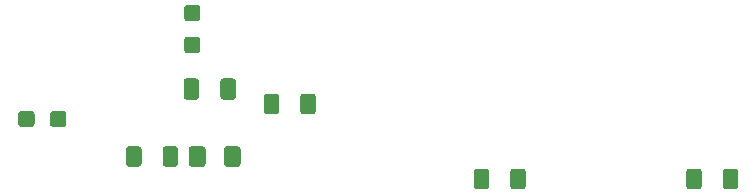
<source format=gtp>
%TF.GenerationSoftware,KiCad,Pcbnew,5.1.9+dfsg1-1*%
%TF.CreationDate,2022-04-01T11:17:58+02:00*%
%TF.ProjectId,AmigaPCDriveAdapter,416d6967-6150-4434-9472-697665416461,2.0*%
%TF.SameCoordinates,Original*%
%TF.FileFunction,Paste,Top*%
%TF.FilePolarity,Positive*%
%FSLAX46Y46*%
G04 Gerber Fmt 4.6, Leading zero omitted, Abs format (unit mm)*
G04 Created by KiCad (PCBNEW 5.1.9+dfsg1-1) date 2022-04-01 11:17:58*
%MOMM*%
%LPD*%
G01*
G04 APERTURE LIST*
G04 APERTURE END LIST*
G36*
G01*
X149672000Y-100845000D02*
X149672000Y-99595000D01*
G75*
G02*
X149922000Y-99345000I250000J0D01*
G01*
X150722000Y-99345000D01*
G75*
G02*
X150972000Y-99595000I0J-250000D01*
G01*
X150972000Y-100845000D01*
G75*
G02*
X150722000Y-101095000I-250000J0D01*
G01*
X149922000Y-101095000D01*
G75*
G02*
X149672000Y-100845000I0J250000D01*
G01*
G37*
G36*
G01*
X146572000Y-100845000D02*
X146572000Y-99595000D01*
G75*
G02*
X146822000Y-99345000I250000J0D01*
G01*
X147622000Y-99345000D01*
G75*
G02*
X147872000Y-99595000I0J-250000D01*
G01*
X147872000Y-100845000D01*
G75*
G02*
X147622000Y-101095000I-250000J0D01*
G01*
X146822000Y-101095000D01*
G75*
G02*
X146572000Y-100845000I0J250000D01*
G01*
G37*
G36*
G01*
X197098000Y-102750000D02*
X197098000Y-101500000D01*
G75*
G02*
X197348000Y-101250000I250000J0D01*
G01*
X198148000Y-101250000D01*
G75*
G02*
X198398000Y-101500000I0J-250000D01*
G01*
X198398000Y-102750000D01*
G75*
G02*
X198148000Y-103000000I-250000J0D01*
G01*
X197348000Y-103000000D01*
G75*
G02*
X197098000Y-102750000I0J250000D01*
G01*
G37*
G36*
G01*
X193998000Y-102750000D02*
X193998000Y-101500000D01*
G75*
G02*
X194248000Y-101250000I250000J0D01*
G01*
X195048000Y-101250000D01*
G75*
G02*
X195298000Y-101500000I0J-250000D01*
G01*
X195298000Y-102750000D01*
G75*
G02*
X195048000Y-103000000I-250000J0D01*
G01*
X194248000Y-103000000D01*
G75*
G02*
X193998000Y-102750000I0J250000D01*
G01*
G37*
G36*
G01*
X179100000Y-102750000D02*
X179100000Y-101500000D01*
G75*
G02*
X179350000Y-101250000I250000J0D01*
G01*
X180150000Y-101250000D01*
G75*
G02*
X180400000Y-101500000I0J-250000D01*
G01*
X180400000Y-102750000D01*
G75*
G02*
X180150000Y-103000000I-250000J0D01*
G01*
X179350000Y-103000000D01*
G75*
G02*
X179100000Y-102750000I0J250000D01*
G01*
G37*
G36*
G01*
X176000000Y-102750000D02*
X176000000Y-101500000D01*
G75*
G02*
X176250000Y-101250000I250000J0D01*
G01*
X177050000Y-101250000D01*
G75*
G02*
X177300000Y-101500000I0J-250000D01*
G01*
X177300000Y-102750000D01*
G75*
G02*
X177050000Y-103000000I-250000J0D01*
G01*
X176250000Y-103000000D01*
G75*
G02*
X176000000Y-102750000I0J250000D01*
G01*
G37*
G36*
G01*
X161320000Y-96400000D02*
X161320000Y-95150000D01*
G75*
G02*
X161570000Y-94900000I250000J0D01*
G01*
X162370000Y-94900000D01*
G75*
G02*
X162620000Y-95150000I0J-250000D01*
G01*
X162620000Y-96400000D01*
G75*
G02*
X162370000Y-96650000I-250000J0D01*
G01*
X161570000Y-96650000D01*
G75*
G02*
X161320000Y-96400000I0J250000D01*
G01*
G37*
G36*
G01*
X158220000Y-96400000D02*
X158220000Y-95150000D01*
G75*
G02*
X158470000Y-94900000I250000J0D01*
G01*
X159270000Y-94900000D01*
G75*
G02*
X159520000Y-95150000I0J-250000D01*
G01*
X159520000Y-96400000D01*
G75*
G02*
X159270000Y-96650000I-250000J0D01*
G01*
X158470000Y-96650000D01*
G75*
G02*
X158220000Y-96400000I0J250000D01*
G01*
G37*
G36*
G01*
X154552000Y-95155001D02*
X154552000Y-93854999D01*
G75*
G02*
X154801999Y-93605000I249999J0D01*
G01*
X155627001Y-93605000D01*
G75*
G02*
X155877000Y-93854999I0J-249999D01*
G01*
X155877000Y-95155001D01*
G75*
G02*
X155627001Y-95405000I-249999J0D01*
G01*
X154801999Y-95405000D01*
G75*
G02*
X154552000Y-95155001I0J249999D01*
G01*
G37*
G36*
G01*
X151427000Y-95155001D02*
X151427000Y-93854999D01*
G75*
G02*
X151676999Y-93605000I249999J0D01*
G01*
X152502001Y-93605000D01*
G75*
G02*
X152752000Y-93854999I0J-249999D01*
G01*
X152752000Y-95155001D01*
G75*
G02*
X152502001Y-95405000I-249999J0D01*
G01*
X151676999Y-95405000D01*
G75*
G02*
X151427000Y-95155001I0J249999D01*
G01*
G37*
G36*
G01*
X152590001Y-88775000D02*
X151739999Y-88775000D01*
G75*
G02*
X151490000Y-88525001I0J249999D01*
G01*
X151490000Y-87624999D01*
G75*
G02*
X151739999Y-87375000I249999J0D01*
G01*
X152590001Y-87375000D01*
G75*
G02*
X152840000Y-87624999I0J-249999D01*
G01*
X152840000Y-88525001D01*
G75*
G02*
X152590001Y-88775000I-249999J0D01*
G01*
G37*
G36*
G01*
X152590001Y-91475000D02*
X151739999Y-91475000D01*
G75*
G02*
X151490000Y-91225001I0J249999D01*
G01*
X151490000Y-90324999D01*
G75*
G02*
X151739999Y-90075000I249999J0D01*
G01*
X152590001Y-90075000D01*
G75*
G02*
X152840000Y-90324999I0J-249999D01*
G01*
X152840000Y-91225001D01*
G75*
G02*
X152590001Y-91475000I-249999J0D01*
G01*
G37*
G36*
G01*
X138815000Y-96619999D02*
X138815000Y-97470001D01*
G75*
G02*
X138565001Y-97720000I-249999J0D01*
G01*
X137664999Y-97720000D01*
G75*
G02*
X137415000Y-97470001I0J249999D01*
G01*
X137415000Y-96619999D01*
G75*
G02*
X137664999Y-96370000I249999J0D01*
G01*
X138565001Y-96370000D01*
G75*
G02*
X138815000Y-96619999I0J-249999D01*
G01*
G37*
G36*
G01*
X141515000Y-96619999D02*
X141515000Y-97470001D01*
G75*
G02*
X141265001Y-97720000I-249999J0D01*
G01*
X140364999Y-97720000D01*
G75*
G02*
X140115000Y-97470001I0J249999D01*
G01*
X140115000Y-96619999D01*
G75*
G02*
X140364999Y-96370000I249999J0D01*
G01*
X141265001Y-96370000D01*
G75*
G02*
X141515000Y-96619999I0J-249999D01*
G01*
G37*
G36*
G01*
X153295000Y-99595000D02*
X153295000Y-100845000D01*
G75*
G02*
X153045000Y-101095000I-250000J0D01*
G01*
X152120000Y-101095000D01*
G75*
G02*
X151870000Y-100845000I0J250000D01*
G01*
X151870000Y-99595000D01*
G75*
G02*
X152120000Y-99345000I250000J0D01*
G01*
X153045000Y-99345000D01*
G75*
G02*
X153295000Y-99595000I0J-250000D01*
G01*
G37*
G36*
G01*
X156270000Y-99595000D02*
X156270000Y-100845000D01*
G75*
G02*
X156020000Y-101095000I-250000J0D01*
G01*
X155095000Y-101095000D01*
G75*
G02*
X154845000Y-100845000I0J250000D01*
G01*
X154845000Y-99595000D01*
G75*
G02*
X155095000Y-99345000I250000J0D01*
G01*
X156020000Y-99345000D01*
G75*
G02*
X156270000Y-99595000I0J-250000D01*
G01*
G37*
M02*

</source>
